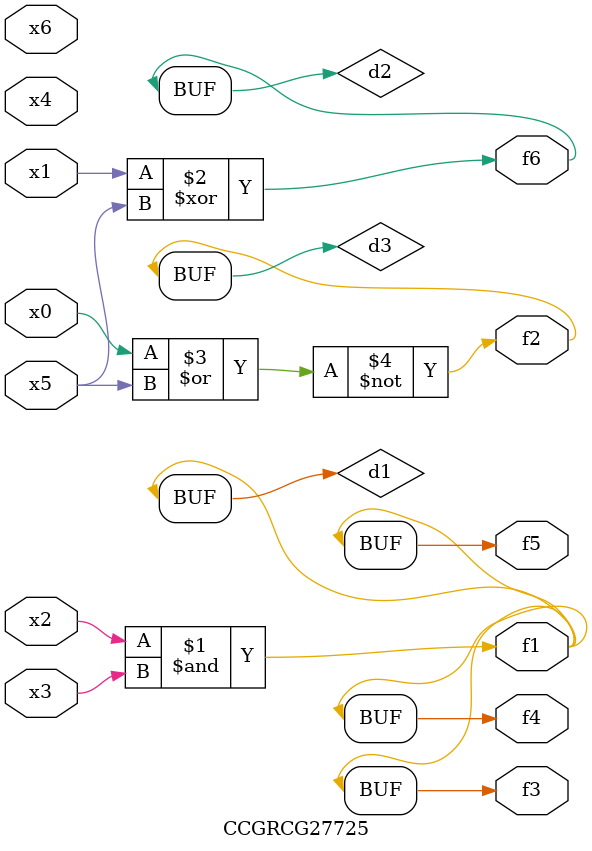
<source format=v>
module CCGRCG27725(
	input x0, x1, x2, x3, x4, x5, x6,
	output f1, f2, f3, f4, f5, f6
);

	wire d1, d2, d3;

	and (d1, x2, x3);
	xor (d2, x1, x5);
	nor (d3, x0, x5);
	assign f1 = d1;
	assign f2 = d3;
	assign f3 = d1;
	assign f4 = d1;
	assign f5 = d1;
	assign f6 = d2;
endmodule

</source>
